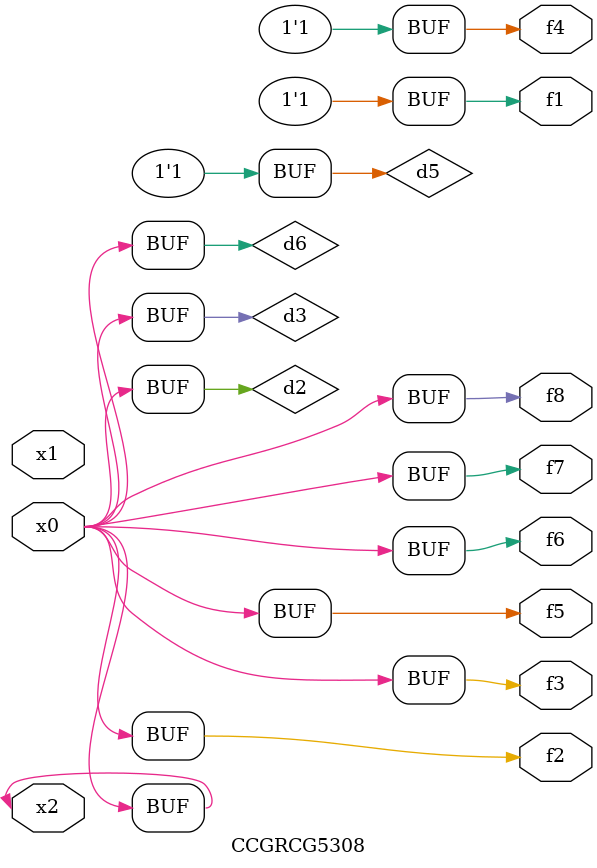
<source format=v>
module CCGRCG5308(
	input x0, x1, x2,
	output f1, f2, f3, f4, f5, f6, f7, f8
);

	wire d1, d2, d3, d4, d5, d6;

	xnor (d1, x2);
	buf (d2, x0, x2);
	and (d3, x0);
	xnor (d4, x1, x2);
	nand (d5, d1, d3);
	buf (d6, d2, d3);
	assign f1 = d5;
	assign f2 = d6;
	assign f3 = d6;
	assign f4 = d5;
	assign f5 = d6;
	assign f6 = d6;
	assign f7 = d6;
	assign f8 = d6;
endmodule

</source>
